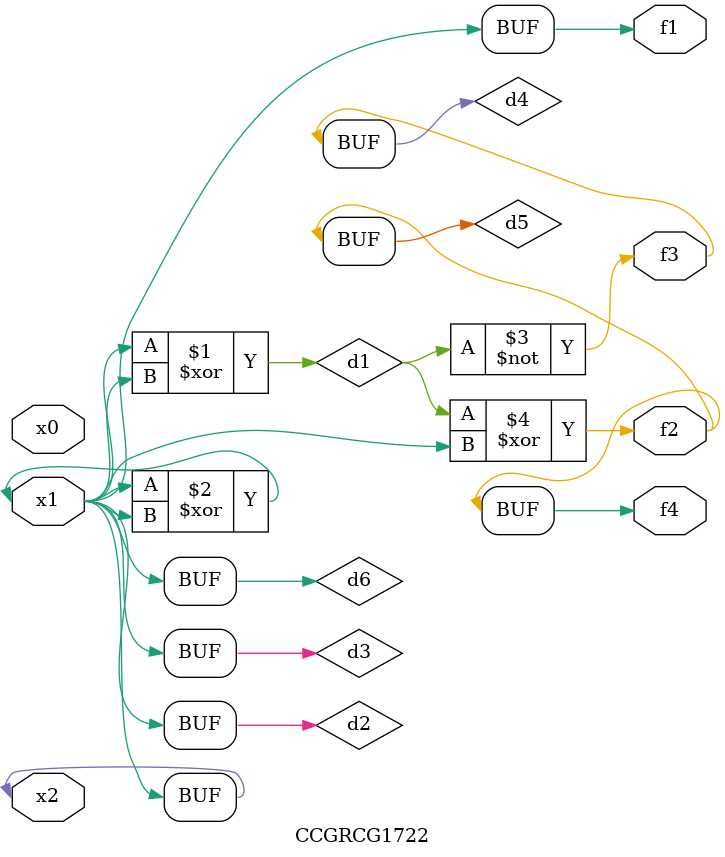
<source format=v>
module CCGRCG1722(
	input x0, x1, x2,
	output f1, f2, f3, f4
);

	wire d1, d2, d3, d4, d5, d6;

	xor (d1, x1, x2);
	buf (d2, x1, x2);
	xor (d3, x1, x2);
	nor (d4, d1);
	xor (d5, d1, d2);
	buf (d6, d2, d3);
	assign f1 = d6;
	assign f2 = d5;
	assign f3 = d4;
	assign f4 = d5;
endmodule

</source>
